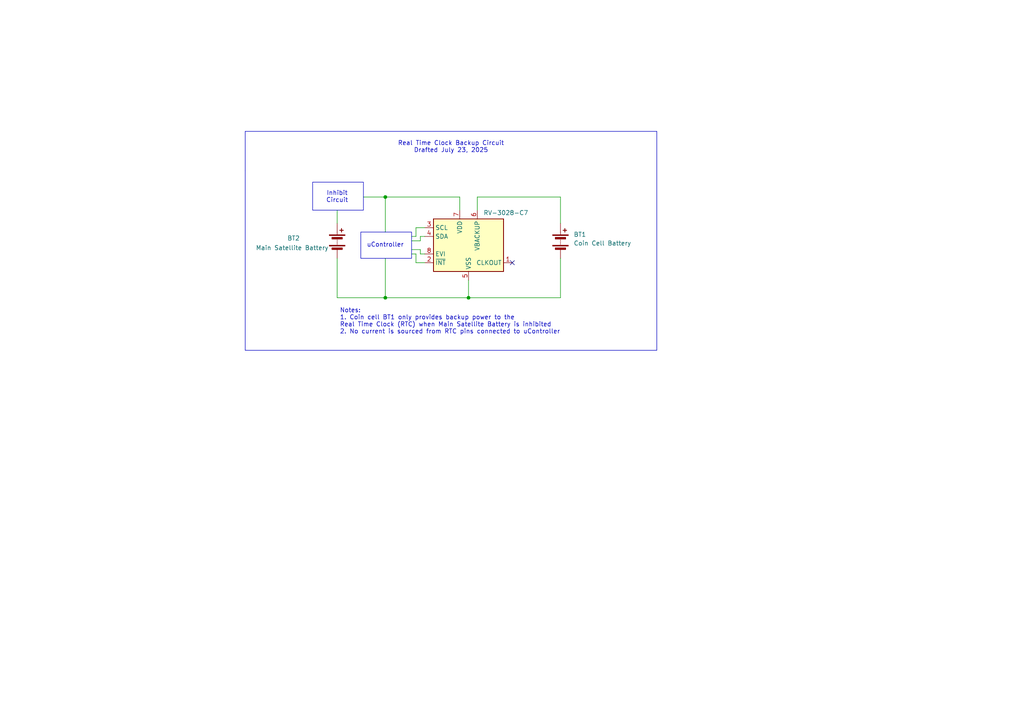
<source format=kicad_sch>
(kicad_sch (version 20250114) (generator "eeschema") (generator_version "9.0")
  (paper "A4")
  (lib_symbols
    (symbol "Device:Battery" (pin_numbers (hide yes)) (pin_names (offset 0) (hide yes))
      (property "Reference" "BT" (at 2.54 2.54 0))
      (property "Value" "Battery" (at 2.54 0 0))
      (symbol "Battery_0_1"
        (rectangle (start -2.286 1.778) (end 2.286 1.524) (fill (type outline)))
        (rectangle (start -2.286 -1.27) (end 2.286 -1.524) (fill (type outline)))
        (rectangle (start -1.524 1.016) (end 1.524 0.508) (fill (type outline)))
        (rectangle (start -1.524 -2.032) (end 1.524 -2.54) (fill (type outline)))
        (polyline (pts (xy 0 1.778) (xy 0 2.54)))
        (polyline (pts (xy 0 0) (xy 0 0.254)))
        (polyline (pts (xy 0 -0.508) (xy 0 -0.254)))
        (polyline (pts (xy 0 -1.016) (xy 0 -0.762)))
        (polyline (pts (xy 0.762 3.048) (xy 1.778 3.048)) (stroke (width 0.254)))
        (polyline (pts (xy 1.27 3.556) (xy 1.27 2.54)) (stroke (width 0.254)))
      )
      (symbol "Battery_1_1"
        (pin passive line (at 0 5.08 270) (length 2.54) (name "+") (number "1"))
        (pin passive line (at 0 -5.08 90) (length 2.54) (name "-") (number "2"))
      )
    )
    (symbol "Timer_RTC:RV-3028-C7"
      (property "Reference" "U1" (at 2.1433 -10.16 0))
      (property "Value" "RV-3028-C7" (at 2.1433 -12.7 0))
      (symbol "RV-3028-C7_0_1"
        (rectangle (start -10.16 7.62) (end 10.16 -7.62) (stroke (width 0.254)) (fill (type background)))
      )
      (symbol "RV-3028-C7_1_1"
        (pin input line (at -12.7 5.08 0) (length 2.54) (name "SCL") (number "3"))
        (pin bidirectional line (at -12.7 2.54 0) (length 2.54) (name "SDA") (number "4"))
        (pin input line (at -12.7 -2.54 0) (length 2.54) (name "EVI") (number "8"))
        (pin open_collector line (at -12.7 -5.08 0) (length 2.54) (name "~{INT}") (number "2"))
        (pin power_in line (at -2.54 10.16 270) (length 2.54) (name "VDD") (number "7"))
        (pin power_in line (at 0 -10.16 90) (length 2.54) (name "VSS") (number "5"))
        (pin power_in line (at 2.54 10.16 270) (length 2.54) (name "VBACKUP") (number "6"))
        (pin output line (at 12.7 -5.08 180) (length 2.54) (name "CLKOUT") (number "1"))
      )
    )
  )
  (rectangle (start 90.678 52.832) (end 105.41 60.96))
  (rectangle (start 104.648 67.31) (end 119.38 74.93))
  (text "Notes:\n1. Coin cell BT1 only provides backup power to the\nReal Time Clock (RTC) when Main Satellite Battery is inhibited\n2. No current is sourced from RTC pins connected to uController" (at 98.552 93.218 0) (effects (font (size 1.27 1.27)) (justify left)))
  (text "Real Time Clock Backup Circuit\nDrafted July 23, 2025" (at 130.81 42.672 0) (effects (font (size 1.27 1.27))))
  (text "uController" (at 111.76 71.12 0) (effects (font (size 1.27 1.27))))
  (text "Inhibit\nCircuit\n" (at 97.79 57.15 0) (effects (font (size 1.27 1.27))))
  (junction (at 135.89 86.36))
  (junction (at 111.76 86.36))
  (junction (at 111.76 57.15))
  (no_connect (at 148.59 76.2))
  (wire (pts (xy 121.92 73.66) (xy 121.92 72.39)))
  (wire (pts (xy 120.65 76.2) (xy 120.65 73.66)))
  (wire (pts (xy 162.56 64.77) (xy 162.56 57.15)))
  (wire (pts (xy 105.41 57.15) (xy 111.76 57.15)))
  (wire (pts (xy 123.19 68.58) (xy 121.92 68.58)))
  (wire (pts (xy 162.56 74.93) (xy 162.56 86.36)))
  (wire (pts (xy 97.79 60.96) (xy 97.79 64.77)))
  (wire (pts (xy 138.43 57.15) (xy 138.43 60.96)))
  (wire (pts (xy 123.19 76.2) (xy 120.65 76.2)))
  (wire (pts (xy 111.76 74.93) (xy 111.76 86.36)))
  (wire (pts (xy 123.19 73.66) (xy 121.92 73.66)))
  (wire (pts (xy 111.76 57.15) (xy 133.35 57.15)))
  (wire (pts (xy 119.38 73.66) (xy 120.65 73.66)))
  (wire (pts (xy 162.56 57.15) (xy 138.43 57.15)))
  (wire (pts (xy 119.38 68.58) (xy 120.65 68.58)))
  (polyline (pts (xy 71.12 101.6) (xy 190.5 101.6)))
  (wire (pts (xy 97.79 86.36) (xy 111.76 86.36)))
  (wire (pts (xy 119.38 72.39) (xy 121.92 72.39)))
  (polyline (pts (xy 190.5 38.1) (xy 71.12 38.1)))
  (polyline (pts (xy 71.12 49.53) (xy 71.12 101.6)))
  (wire (pts (xy 135.89 86.36) (xy 162.56 86.36)))
  (wire (pts (xy 111.76 57.15) (xy 111.76 67.31)))
  (wire (pts (xy 133.35 57.15) (xy 133.35 60.96)))
  (wire (pts (xy 119.38 69.85) (xy 121.92 69.85)))
  (wire (pts (xy 121.92 68.58) (xy 121.92 69.85)))
  (wire (pts (xy 123.19 66.04) (xy 120.65 66.04)))
  (polyline (pts (xy 71.12 38.1) (xy 71.12 49.53)))
  (wire (pts (xy 111.76 86.36) (xy 135.89 86.36)))
  (polyline (pts (xy 190.5 101.6) (xy 190.5 38.1)))
  (wire (pts (xy 120.65 66.04) (xy 120.65 68.58)))
  (wire (pts (xy 135.89 81.28) (xy 135.89 86.36)))
  (wire (pts (xy 97.79 74.93) (xy 97.79 86.36)))
  (symbol (lib_id "Device:Battery") (at 97.79 69.85 0) (unit 1)
    (property "Reference" "BT2" (at 83.312 69.088 0) (effects (justify left)))
    (property "Value" "Main Satellite Battery" (at 74.168 71.882 0) (effects (justify left)))
    (property "Description" "Multiple-cell battery" (effects (hide yes)))
  )
  (symbol (lib_id "Device:Battery") (at 162.56 69.85 0) (unit 1)
    (property "Reference" "BT1" (at 166.37 68.0084 0) (effects (justify left)))
    (property "Value" "Coin Cell Battery" (at 166.37 70.5484 0) (effects (justify left)))
    (property "Description" "Multiple-cell battery" (effects (hide yes)))
  )
  (symbol (lib_id "Timer_RTC:RV-3028-C7") (at 135.89 71.12 0) (unit 1)
    (property "Reference" "U1" (effects (hide yes)))
    (property "Value" "RV-3028-C7" (at 140.208 61.722 0) (effects (justify left)))
    (property "Footprint" "Package_SON:MicroCrystal_C7_SON-8_1.5x3.2mm_P0.9mm" (effects (hide yes)))
    (property "Datasheet" "https://www.microcrystal.com/fileadmin/Media/Products/RTC/Datasheet/RV-3028-C7.pdf" (effects (hide yes)))
    (property "Description" "Realtime Clock/Calendar I2C Interface, Extreme Low Power, 1.1 V to 5.5 V, MicroCrystal C7" (effects (hide yes)))
  )
)
</source>
